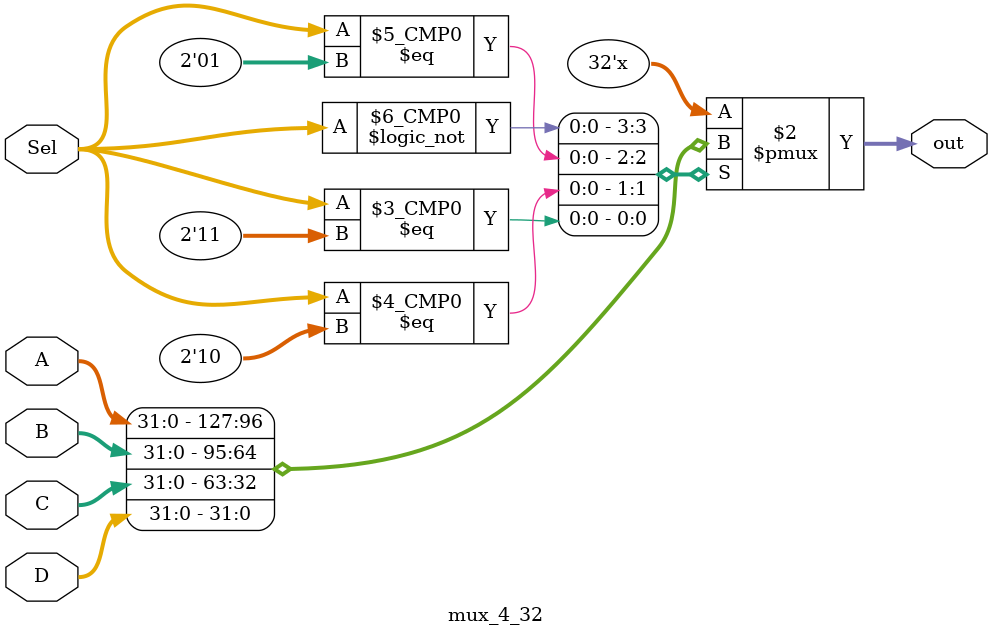
<source format=v>

`ifndef _mux_4_32
`define _mux_4_32

module mux_4_32(
      input [31:0] A, B, C, D,
      input [1:0] Sel,
      output reg [31:0] out
    );

    always @ ( * ) begin
  		case (Sel)
  			0:
    		  out <= A;
  			1:
    			out <= B;
  			2:
  			  out <= C;
  			3:
  			  out <= D;
  		endcase
    end
endmodule

`endif

</source>
